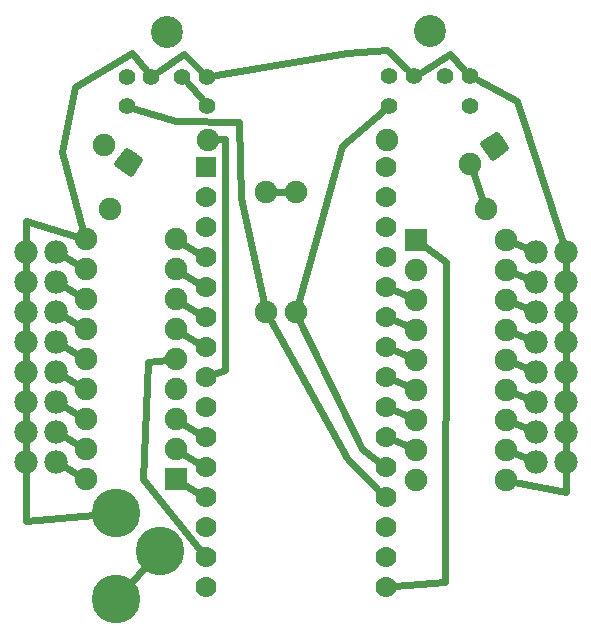
<source format=gtl>
G04 MADE WITH FRITZING*
G04 WWW.FRITZING.ORG*
G04 DOUBLE SIDED*
G04 HOLES PLATED*
G04 CONTOUR ON CENTER OF CONTOUR VECTOR*
%ASAXBY*%
%FSLAX23Y23*%
%MOIN*%
%OFA0B0*%
%SFA1.0B1.0*%
%ADD10C,0.070000*%
%ADD11C,0.162000*%
%ADD12C,0.075000*%
%ADD13C,0.078000*%
%ADD14C,0.055433*%
%ADD15C,0.106614*%
%ADD16R,0.069972X0.070000*%
%ADD17R,0.075000X0.075000*%
%ADD18C,0.024000*%
%ADD19C,0.020000*%
%LNCOPPER1*%
G90*
G70*
G54D10*
X666Y1541D03*
X666Y1441D03*
X666Y1341D03*
X666Y1241D03*
X666Y1141D03*
X666Y1041D03*
X666Y941D03*
X666Y841D03*
X666Y741D03*
X666Y641D03*
X666Y541D03*
X666Y441D03*
X666Y341D03*
X666Y241D03*
X666Y141D03*
X1266Y1541D03*
X1266Y1441D03*
X1266Y1341D03*
X1266Y1241D03*
X1266Y1141D03*
X1266Y1041D03*
X1266Y941D03*
X1266Y841D03*
X1266Y741D03*
X1266Y641D03*
X1266Y541D03*
X1266Y441D03*
X1266Y341D03*
X1266Y241D03*
X1266Y141D03*
G54D11*
X366Y387D03*
X367Y99D03*
X515Y262D03*
X366Y387D03*
X367Y99D03*
X515Y262D03*
G54D12*
X566Y499D03*
X266Y499D03*
X566Y599D03*
X266Y599D03*
X566Y699D03*
X266Y699D03*
X566Y799D03*
X266Y799D03*
X566Y899D03*
X266Y899D03*
X566Y999D03*
X266Y999D03*
X566Y1099D03*
X266Y1099D03*
X566Y1199D03*
X266Y1199D03*
X566Y1299D03*
X266Y1299D03*
X1366Y1298D03*
X1666Y1298D03*
X1366Y1198D03*
X1666Y1198D03*
X1366Y1098D03*
X1666Y1098D03*
X1366Y998D03*
X1666Y998D03*
X1366Y898D03*
X1666Y898D03*
X1366Y798D03*
X1666Y798D03*
X1366Y698D03*
X1666Y698D03*
X1366Y598D03*
X1666Y598D03*
X1366Y498D03*
X1666Y498D03*
G54D13*
X1866Y658D03*
X1766Y658D03*
X66Y1158D03*
X166Y1158D03*
X66Y1058D03*
X166Y1058D03*
X1866Y758D03*
X1766Y758D03*
X66Y958D03*
X166Y958D03*
X1866Y858D03*
X1766Y858D03*
X66Y858D03*
X166Y858D03*
X1866Y958D03*
X1766Y958D03*
X66Y758D03*
X166Y758D03*
X1866Y1058D03*
X1766Y1058D03*
X66Y658D03*
X166Y658D03*
X1866Y1158D03*
X1766Y1158D03*
X66Y558D03*
X166Y558D03*
X1866Y1258D03*
X1766Y1258D03*
X66Y1258D03*
X166Y1258D03*
X1866Y558D03*
X1766Y558D03*
G54D14*
X1278Y1843D03*
X1361Y1843D03*
X1463Y1843D03*
X1546Y1843D03*
X1278Y1745D03*
X1546Y1745D03*
G54D15*
X1412Y1993D03*
G54D14*
X1278Y1843D03*
X1361Y1843D03*
X1463Y1843D03*
X1546Y1843D03*
X1278Y1745D03*
X1546Y1745D03*
G54D15*
X1412Y1993D03*
G54D14*
X402Y1842D03*
X485Y1842D03*
X588Y1842D03*
X670Y1842D03*
X402Y1744D03*
X670Y1744D03*
G54D15*
X536Y1992D03*
G54D14*
X402Y1842D03*
X485Y1842D03*
X588Y1842D03*
X670Y1842D03*
X402Y1744D03*
X670Y1744D03*
G54D15*
X536Y1992D03*
G54D12*
X1629Y1610D03*
X1547Y1552D03*
X410Y1556D03*
X328Y1614D03*
X675Y1630D03*
X347Y1401D03*
X1271Y1630D03*
X1599Y1400D03*
X966Y1058D03*
X966Y1458D03*
X866Y1058D03*
X866Y1458D03*
G54D16*
X666Y1541D03*
G54D17*
X566Y499D03*
X1366Y1298D03*
G54D18*
X1468Y1223D02*
X1465Y158D01*
D02*
X1465Y158D02*
X1295Y143D01*
D02*
X1389Y1281D02*
X1468Y1223D01*
D02*
X1340Y1109D02*
X1293Y1129D01*
D02*
X1340Y1009D02*
X1293Y1029D01*
D02*
X1340Y909D02*
X1293Y929D01*
D02*
X1340Y809D02*
X1293Y829D01*
D02*
X1340Y709D02*
X1293Y729D01*
D02*
X1340Y609D02*
X1293Y629D01*
D02*
X241Y514D02*
X192Y543D01*
D02*
X66Y359D02*
X293Y381D01*
D02*
X66Y528D02*
X66Y359D01*
D02*
X1557Y1525D02*
X1590Y1427D01*
D02*
X1866Y457D02*
X1866Y528D01*
D02*
X1694Y492D02*
X1866Y457D01*
D02*
X1705Y1759D02*
X1857Y1287D01*
D02*
X1572Y1830D02*
X1705Y1759D01*
D02*
X421Y1922D02*
X231Y1806D01*
D02*
X186Y1591D02*
X258Y1327D01*
D02*
X231Y1806D02*
X186Y1591D01*
D02*
X467Y1865D02*
X421Y1922D01*
D02*
X1738Y669D02*
X1693Y687D01*
D02*
X1738Y769D02*
X1693Y787D01*
D02*
X1738Y869D02*
X1693Y887D01*
D02*
X1738Y969D02*
X1693Y987D01*
D02*
X1738Y1069D02*
X1693Y1087D01*
D02*
X1738Y1169D02*
X1693Y1187D01*
D02*
X1738Y1269D02*
X1693Y1287D01*
D02*
X1738Y569D02*
X1693Y587D01*
D02*
X591Y1285D02*
X641Y1255D01*
D02*
X468Y210D02*
X414Y151D01*
D02*
X66Y1188D02*
X66Y1228D01*
D02*
X1866Y628D02*
X1866Y588D01*
D02*
X66Y1088D02*
X66Y1128D01*
D02*
X1866Y728D02*
X1866Y688D01*
D02*
X66Y988D02*
X66Y1028D01*
D02*
X1866Y828D02*
X1866Y788D01*
D02*
X66Y888D02*
X66Y928D01*
D02*
X1866Y928D02*
X1866Y888D01*
D02*
X66Y788D02*
X66Y828D01*
D02*
X1866Y1028D02*
X1866Y988D01*
D02*
X66Y688D02*
X66Y728D01*
D02*
X1866Y1128D02*
X1866Y1088D01*
D02*
X66Y588D02*
X66Y628D01*
D02*
X1866Y1228D02*
X1866Y1188D01*
D02*
X66Y1359D02*
X239Y1307D01*
D02*
X66Y1288D02*
X66Y1359D01*
D02*
X241Y614D02*
X192Y643D01*
D02*
X241Y714D02*
X192Y743D01*
D02*
X241Y814D02*
X192Y843D01*
D02*
X241Y914D02*
X192Y943D01*
D02*
X241Y1014D02*
X192Y1043D01*
D02*
X241Y1114D02*
X192Y1143D01*
D02*
X192Y1243D02*
X241Y1214D01*
D02*
X641Y1155D02*
X591Y1185D01*
D02*
X641Y1055D02*
X591Y1085D01*
D02*
X641Y955D02*
X591Y985D01*
D02*
X641Y655D02*
X591Y685D01*
D02*
X641Y455D02*
X591Y485D01*
D02*
X1479Y1917D02*
X1386Y1858D01*
D02*
X593Y1918D02*
X509Y1859D01*
D02*
X1527Y1864D02*
X1479Y1917D01*
D02*
X650Y1862D02*
X593Y1918D01*
D02*
X606Y1820D02*
X652Y1766D01*
D02*
X703Y1633D02*
X731Y1635D01*
D02*
X699Y1847D02*
X1138Y1922D01*
D02*
X1136Y570D02*
X1245Y461D01*
D02*
X880Y1033D02*
X1136Y570D01*
D02*
X1187Y600D02*
X1243Y558D01*
D02*
X978Y1032D02*
X1187Y600D01*
D02*
X641Y555D02*
X591Y585D01*
D02*
X1270Y1930D02*
X1340Y1863D01*
D02*
X1138Y1922D02*
X1270Y1930D01*
D02*
X895Y1458D02*
X937Y1458D01*
D02*
X784Y1437D02*
X860Y1086D01*
D02*
X776Y1690D02*
X784Y1437D01*
D02*
X568Y1693D02*
X776Y1690D01*
D02*
X430Y1735D02*
X568Y1693D01*
D02*
X1035Y1298D02*
X974Y1085D01*
D02*
X1121Y1609D02*
X1035Y1298D01*
D02*
X1257Y1726D02*
X1121Y1609D01*
D02*
X731Y864D02*
X693Y851D01*
D02*
X456Y502D02*
X648Y263D01*
D02*
X472Y892D02*
X456Y502D01*
D02*
X537Y897D02*
X472Y892D01*
D02*
X731Y1635D02*
X731Y864D01*
G54D19*
X1623Y1571D02*
X1591Y1616D01*
X1636Y1648D01*
X1668Y1603D01*
X1623Y1571D01*
D02*
X371Y1550D02*
X403Y1595D01*
X448Y1563D01*
X416Y1518D01*
X371Y1550D01*
D02*
G04 End of Copper1*
M02*
</source>
